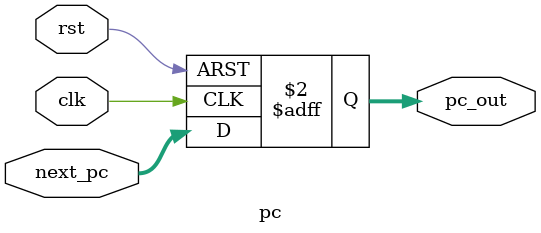
<source format=sv>
module pc (
    input  logic        clk,
    input  logic        rst,       
    input  logic [31:0] next_pc,   
    output logic [31:0] pc_out    
);

    always_ff @(posedge clk or posedge rst) begin
        if (rst)
            pc_out <= 32'b0;         // PC se reinicia a 0
        else
            pc_out <= next_pc;       // Actualiza PC
    end

endmodule

</source>
